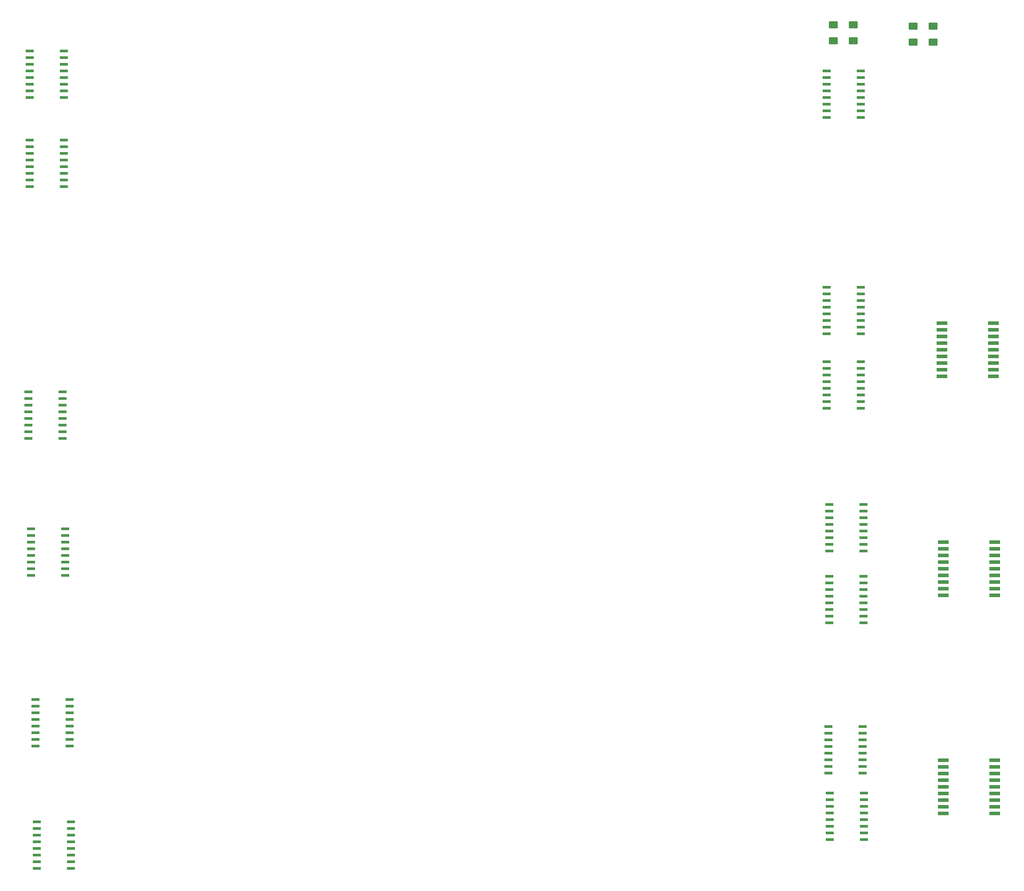
<source format=gbr>
%TF.GenerationSoftware,KiCad,Pcbnew,(6.0.6)*%
%TF.CreationDate,2023-01-13T15:08:00+05:30*%
%TF.ProjectId,MegaController,4d656761-436f-46e7-9472-6f6c6c65722e,V2.0*%
%TF.SameCoordinates,Original*%
%TF.FileFunction,Paste,Top*%
%TF.FilePolarity,Positive*%
%FSLAX46Y46*%
G04 Gerber Fmt 4.6, Leading zero omitted, Abs format (unit mm)*
G04 Created by KiCad (PCBNEW (6.0.6)) date 2023-01-13 15:08:00*
%MOMM*%
%LPD*%
G01*
G04 APERTURE LIST*
G04 Aperture macros list*
%AMRoundRect*
0 Rectangle with rounded corners*
0 $1 Rounding radius*
0 $2 $3 $4 $5 $6 $7 $8 $9 X,Y pos of 4 corners*
0 Add a 4 corners polygon primitive as box body*
4,1,4,$2,$3,$4,$5,$6,$7,$8,$9,$2,$3,0*
0 Add four circle primitives for the rounded corners*
1,1,$1+$1,$2,$3*
1,1,$1+$1,$4,$5*
1,1,$1+$1,$6,$7*
1,1,$1+$1,$8,$9*
0 Add four rect primitives between the rounded corners*
20,1,$1+$1,$2,$3,$4,$5,0*
20,1,$1+$1,$4,$5,$6,$7,0*
20,1,$1+$1,$6,$7,$8,$9,0*
20,1,$1+$1,$8,$9,$2,$3,0*%
G04 Aperture macros list end*
%ADD10RoundRect,0.137500X-0.662500X-0.137500X0.662500X-0.137500X0.662500X0.137500X-0.662500X0.137500X0*%
%ADD11RoundRect,0.250001X0.624999X-0.462499X0.624999X0.462499X-0.624999X0.462499X-0.624999X-0.462499X0*%
%ADD12R,2.032000X0.660400*%
%ADD13RoundRect,0.137500X0.662500X0.137500X-0.662500X0.137500X-0.662500X-0.137500X0.662500X-0.137500X0*%
G04 APERTURE END LIST*
D10*
%TO.C,U5*%
X279960000Y-152781000D03*
X279960000Y-154051000D03*
X279960000Y-155321000D03*
X279960000Y-156591000D03*
X279960000Y-157861000D03*
X279960000Y-159131000D03*
X279960000Y-160401000D03*
X279960000Y-161671000D03*
X286460000Y-161671000D03*
X286460000Y-160401000D03*
X286460000Y-159131000D03*
X286460000Y-157861000D03*
X286460000Y-156591000D03*
X286460000Y-155321000D03*
X286460000Y-154051000D03*
X286460000Y-152781000D03*
%TD*%
%TO.C,U15*%
X133775000Y-66187000D03*
X133775000Y-67457000D03*
X133775000Y-68727000D03*
X133775000Y-69997000D03*
X133775000Y-71267000D03*
X133775000Y-72537000D03*
X133775000Y-73807000D03*
X133775000Y-75077000D03*
X127275000Y-75077000D03*
X127275000Y-73807000D03*
X127275000Y-72537000D03*
X127275000Y-71267000D03*
X127275000Y-69997000D03*
X127275000Y-68727000D03*
X127275000Y-67457000D03*
X127275000Y-66187000D03*
%TD*%
D11*
%TO.C,D4*%
X280670000Y-64225500D03*
X280670000Y-61250500D03*
%TD*%
D10*
%TO.C,U12*%
X128625000Y-213430000D03*
X128625000Y-214700000D03*
X128625000Y-215970000D03*
X128625000Y-217240000D03*
X128625000Y-218510000D03*
X128625000Y-219780000D03*
X128625000Y-221050000D03*
X128625000Y-222320000D03*
X135125000Y-222320000D03*
X135125000Y-221050000D03*
X135125000Y-219780000D03*
X135125000Y-218510000D03*
X135125000Y-217240000D03*
X135125000Y-215970000D03*
X135125000Y-214700000D03*
X135125000Y-213430000D03*
%TD*%
D12*
%TO.C,U10*%
X301675800Y-201676000D03*
X301675800Y-202946000D03*
X301675800Y-204216000D03*
X301675800Y-205486000D03*
X301675800Y-206756000D03*
X301675800Y-208026000D03*
X301675800Y-209296000D03*
X301675800Y-210566000D03*
X301675800Y-211836000D03*
X311480200Y-211836000D03*
X311480200Y-210566000D03*
X311480200Y-209296000D03*
X311480200Y-208026000D03*
X311480200Y-206756000D03*
X311480200Y-205486000D03*
X311480200Y-204216000D03*
X311480200Y-202946000D03*
X311480200Y-201676000D03*
%TD*%
D10*
%TO.C,U8*%
X280012000Y-207899000D03*
X280012000Y-209169000D03*
X280012000Y-210439000D03*
X280012000Y-211709000D03*
X280012000Y-212979000D03*
X280012000Y-214249000D03*
X280012000Y-215519000D03*
X280012000Y-216789000D03*
X286512000Y-216789000D03*
X286512000Y-215519000D03*
X286512000Y-214249000D03*
X286512000Y-212979000D03*
X286512000Y-211709000D03*
X286512000Y-210439000D03*
X286512000Y-209169000D03*
X286512000Y-207899000D03*
%TD*%
%TO.C,U7*%
X279758000Y-195199000D03*
X279758000Y-196469000D03*
X279758000Y-197739000D03*
X279758000Y-199009000D03*
X279758000Y-200279000D03*
X279758000Y-201549000D03*
X279758000Y-202819000D03*
X279758000Y-204089000D03*
X286258000Y-204089000D03*
X286258000Y-202819000D03*
X286258000Y-201549000D03*
X286258000Y-200279000D03*
X286258000Y-199009000D03*
X286258000Y-197739000D03*
X286258000Y-196469000D03*
X286258000Y-195199000D03*
%TD*%
D11*
%TO.C,D1*%
X299720000Y-64479500D03*
X299720000Y-61504500D03*
%TD*%
D12*
%TO.C,U1*%
X301421800Y-118206000D03*
X301421800Y-119476000D03*
X301421800Y-120746000D03*
X301421800Y-122016000D03*
X301421800Y-123286000D03*
X301421800Y-124556000D03*
X301421800Y-125826000D03*
X301421800Y-127096000D03*
X301421800Y-128366000D03*
X311226200Y-128366000D03*
X311226200Y-127096000D03*
X311226200Y-125826000D03*
X311226200Y-124556000D03*
X311226200Y-123286000D03*
X311226200Y-122016000D03*
X311226200Y-120746000D03*
X311226200Y-119476000D03*
X311226200Y-118206000D03*
%TD*%
%TO.C,U2*%
X301675800Y-160020000D03*
X301675800Y-161290000D03*
X301675800Y-162560000D03*
X301675800Y-163830000D03*
X301675800Y-165100000D03*
X301675800Y-166370000D03*
X301675800Y-167640000D03*
X301675800Y-168910000D03*
X301675800Y-170180000D03*
X311480200Y-170180000D03*
X311480200Y-168910000D03*
X311480200Y-167640000D03*
X311480200Y-166370000D03*
X311480200Y-165100000D03*
X311480200Y-163830000D03*
X311480200Y-162560000D03*
X311480200Y-161290000D03*
X311480200Y-160020000D03*
%TD*%
D11*
%TO.C,D2*%
X295910000Y-64479500D03*
X295910000Y-61504500D03*
%TD*%
D10*
%TO.C,U14*%
X127575000Y-157480000D03*
X127575000Y-158750000D03*
X127575000Y-160020000D03*
X127575000Y-161290000D03*
X127575000Y-162560000D03*
X127575000Y-163830000D03*
X127575000Y-165100000D03*
X127575000Y-166370000D03*
X134075000Y-166370000D03*
X134075000Y-165100000D03*
X134075000Y-163830000D03*
X134075000Y-162560000D03*
X134075000Y-161290000D03*
X134075000Y-160020000D03*
X134075000Y-158750000D03*
X134075000Y-157480000D03*
%TD*%
%TO.C,U11*%
X128371000Y-190062000D03*
X128371000Y-191332000D03*
X128371000Y-192602000D03*
X128371000Y-193872000D03*
X128371000Y-195142000D03*
X128371000Y-196412000D03*
X128371000Y-197682000D03*
X128371000Y-198952000D03*
X134871000Y-198952000D03*
X134871000Y-197682000D03*
X134871000Y-196412000D03*
X134871000Y-195142000D03*
X134871000Y-193872000D03*
X134871000Y-192602000D03*
X134871000Y-191332000D03*
X134871000Y-190062000D03*
%TD*%
D11*
%TO.C,D3*%
X284480000Y-64225500D03*
X284480000Y-61250500D03*
%TD*%
D10*
%TO.C,U4*%
X279452000Y-125577000D03*
X279452000Y-126847000D03*
X279452000Y-128117000D03*
X279452000Y-129387000D03*
X279452000Y-130657000D03*
X279452000Y-131927000D03*
X279452000Y-133197000D03*
X279452000Y-134467000D03*
X285952000Y-134467000D03*
X285952000Y-133197000D03*
X285952000Y-131927000D03*
X285952000Y-130657000D03*
X285952000Y-129387000D03*
X285952000Y-128117000D03*
X285952000Y-126847000D03*
X285952000Y-125577000D03*
%TD*%
%TO.C,U6*%
X279960000Y-166497000D03*
X279960000Y-167767000D03*
X279960000Y-169037000D03*
X279960000Y-170307000D03*
X279960000Y-171577000D03*
X279960000Y-172847000D03*
X279960000Y-174117000D03*
X279960000Y-175387000D03*
X286460000Y-175387000D03*
X286460000Y-174117000D03*
X286460000Y-172847000D03*
X286460000Y-171577000D03*
X286460000Y-170307000D03*
X286460000Y-169037000D03*
X286460000Y-167767000D03*
X286460000Y-166497000D03*
%TD*%
%TO.C,U13*%
X127067000Y-131318000D03*
X127067000Y-132588000D03*
X127067000Y-133858000D03*
X127067000Y-135128000D03*
X127067000Y-136398000D03*
X127067000Y-137668000D03*
X127067000Y-138938000D03*
X127067000Y-140208000D03*
X133567000Y-140208000D03*
X133567000Y-138938000D03*
X133567000Y-137668000D03*
X133567000Y-136398000D03*
X133567000Y-135128000D03*
X133567000Y-133858000D03*
X133567000Y-132588000D03*
X133567000Y-131318000D03*
%TD*%
%TO.C,U16*%
X133775000Y-83205000D03*
X133775000Y-84475000D03*
X133775000Y-85745000D03*
X133775000Y-87015000D03*
X133775000Y-88285000D03*
X133775000Y-89555000D03*
X133775000Y-90825000D03*
X133775000Y-92095000D03*
X127275000Y-92095000D03*
X127275000Y-90825000D03*
X127275000Y-89555000D03*
X127275000Y-88285000D03*
X127275000Y-87015000D03*
X127275000Y-85745000D03*
X127275000Y-84475000D03*
X127275000Y-83205000D03*
%TD*%
%TO.C,U3*%
X279452000Y-111353000D03*
X279452000Y-112623000D03*
X279452000Y-113893000D03*
X279452000Y-115163000D03*
X279452000Y-116433000D03*
X279452000Y-117703000D03*
X279452000Y-118973000D03*
X279452000Y-120243000D03*
X285952000Y-120243000D03*
X285952000Y-118973000D03*
X285952000Y-117703000D03*
X285952000Y-116433000D03*
X285952000Y-115163000D03*
X285952000Y-113893000D03*
X285952000Y-112623000D03*
X285952000Y-111353000D03*
%TD*%
D13*
%TO.C,U9*%
X285952000Y-78867000D03*
X285952000Y-77597000D03*
X285952000Y-76327000D03*
X285952000Y-75057000D03*
X285952000Y-73787000D03*
X285952000Y-72517000D03*
X285952000Y-71247000D03*
X285952000Y-69977000D03*
X279452000Y-69977000D03*
X279452000Y-71247000D03*
X279452000Y-72517000D03*
X279452000Y-73787000D03*
X279452000Y-75057000D03*
X279452000Y-76327000D03*
X279452000Y-77597000D03*
X279452000Y-78867000D03*
%TD*%
M02*

</source>
